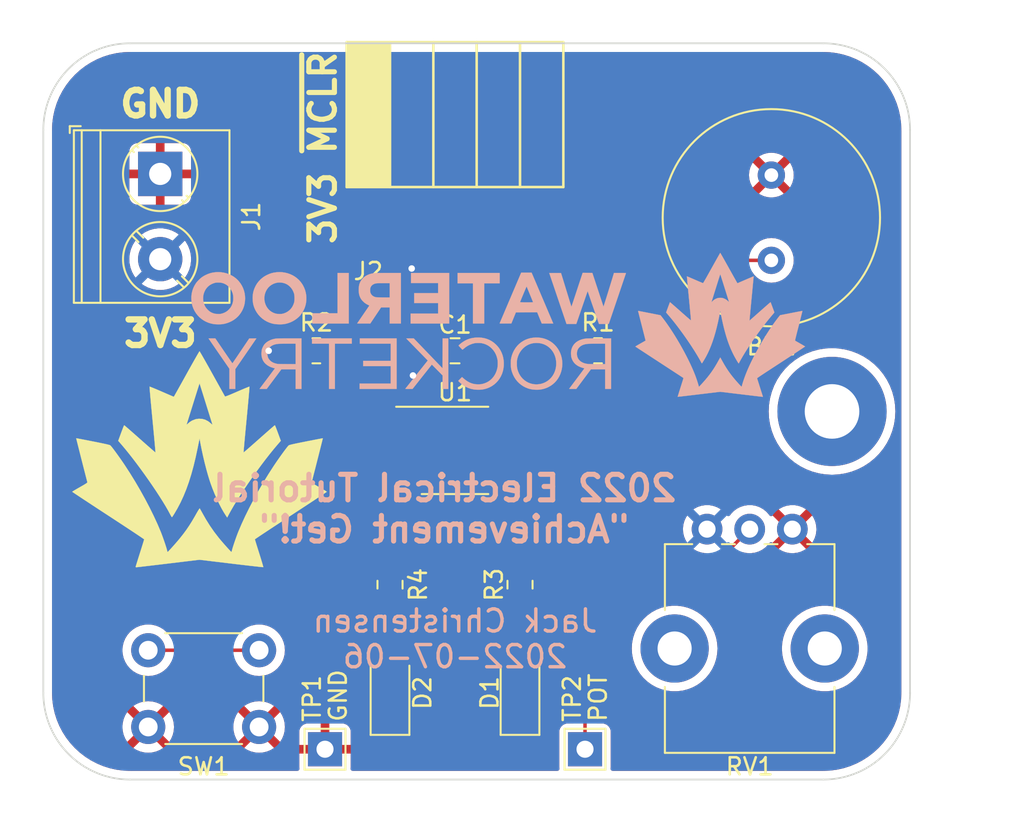
<source format=kicad_pcb>
(kicad_pcb (version 20211014) (generator pcbnew)
  (layers (0 "F.Cu" signal) (31 "B.Cu" signal) (34 "B.Paste" user) (35 "F.Paste" user) (36 "B.SilkS" user "B.Silkscreen") (37 "F.SilkS" user "F.Silkscreen") (38 "B.Mask" user) (39 "F.Mask" user) (44 "Edge.Cuts" user))
  (net 0 "")
  (net 1 "Net-(BZ1-Pad1)")
  (net 2 "GND")
  (net 3 "+3.3V")
  (net 4 "Net-(D1-Pad2)")
  (net 5 "Net-(D2-Pad2)")
  (net 6 "/ICSPCLK")
  (net 7 "/ICSPDAT")
  (net 8 "/~{MCLR}")
  (net 9 "Net-(R1-Pad1)")
  (net 10 "Net-(RV1-Pad2)")
  (net 11 "Net-(SW1-Pad1)")
  (footprint "TestPoint:TestPoint_THTPad_2.0x2.0mm_Drill1.0mm" (layer "F.Cu") (at 166.37 137.922)
    (fp_text reference "TP2" (at -0.762 -1.524 90) (layer "F.SilkS") (effects (justify left)))
    (fp_text value "TestPoint")
    (pad "1" thru_hole rect (at 0 0) (size 2 2) (drill 1) (layers *.Cu *.Mask) (net 10 "Net-(RV1-Pad2)"))
  )
  (footprint "TerminalBlock_Phoenix:TerminalBlock_Phoenix_PT-1,5-2-5.0-H_1x02_P5.00mm_Horizontal" (layer "F.Cu") (at 141.47 104.18 -90)
    (fp_text reference "J1" (at 2.5 -5.342 -90) (layer "F.SilkS"))
    (fp_text value "Screw_Terminal_01x02")
    (pad "1" thru_hole rect (at 0 0 270) (size 2.6 2.6) (drill 1.3) (layers *.Cu *.Mask) (net 2 "GND"))
    (pad "2" thru_hole circle (at 5 0 270) (size 2.6 2.6) (drill 1.3) (layers *.Cu *.Mask) (net 3 "+3.3V"))
  )
  (footprint "Potentiometer_THT:Potentiometer_Bourns_PTV09A-1_Single_Vertical" (layer "F.Cu") (at 173.522 125.014 -90)
    (fp_text reference "RV1" (at 13.924 -2.5 180) (layer "F.SilkS"))
    (fp_text value "PTV09A-4015U-B103")
    (pad "" np_thru_hole circle (at 7 -6.9 270) (size 4 4) (drill 2) (layers *.Cu *.Mask))
    (pad "" np_thru_hole circle (at 7 1.9 270) (size 4 4) (drill 2) (layers *.Cu *.Mask))
    (pad "1" thru_hole circle (at 0 0 270) (size 1.8 1.8) (drill 1) (layers *.Cu *.Mask) (net 3 "+3.3V"))
    (pad "2" thru_hole circle (at 0 -2.5 270) (size 1.8 1.8) (drill 1) (layers *.Cu *.Mask) (net 10 "Net-(RV1-Pad2)"))
    (pad "3" thru_hole circle (at 0 -5 270) (size 1.8 1.8) (drill 1) (layers *.Cu *.Mask) (net 2 "GND"))
  )
  (footprint "LED_SMD:LED_1206_3216Metric_Pad1.42x1.75mm_HandSolder" (layer "F.Cu") (at 154.94 134.62 90)
    (fp_text reference "D2" (at 0 1.905 90) (layer "F.SilkS"))
    (fp_text value "GREEN")
    (pad "1" smd roundrect (at -1.4875 0 90) (size 1.425 1.75) (layers "F.Cu" "F.Paste" "F.Mask") (roundrect_rratio 0.1754392982) (net 2 "GND"))
    (pad "2" smd roundrect (at 1.4875 0 90) (size 1.425 1.75) (layers "F.Cu" "F.Paste" "F.Mask") (roundrect_rratio 0.1754392982) (net 5 "Net-(D2-Pad2)"))
  )
  (footprint "TestPoint:TestPoint_THTPad_2.0x2.0mm_Drill1.0mm" (layer "F.Cu") (at 151.13 137.922)
    (fp_text reference "TP1" (at -0.762 -1.524 90) (layer "F.SilkS") (effects (justify left)))
    (fp_text value "TestPoint")
    (pad "1" thru_hole rect (at 0 0) (size 2 2) (drill 1) (layers *.Cu *.Mask) (net 2 "GND"))
  )
  (footprint "Tutorial_Footprints:Logo_SilkScreen_15mm" (layer "F.Cu") (at 143.764 120.904)
    (fp_text reference "LOGO1" hide)
    (fp_text value "LOGO" hide)
  )
  (footprint "Resistor_SMD:R_0805_2012Metric_Pad1.20x1.40mm_HandSolder" (layer "F.Cu") (at 162.56 128.27 -90)
    (fp_text reference "R3" (at 0 1.524 90) (layer "F.SilkS"))
    (fp_text value "160R")
    (pad "1" smd roundrect (at -1 0 270) (size 1.2 1.4) (layers "F.Cu" "F.Paste" "F.Mask") (roundrect_rratio 0.2083333333) (net 6 "/ICSPCLK"))
    (pad "2" smd roundrect (at 1 0 270) (size 1.2 1.4) (layers "F.Cu" "F.Paste" "F.Mask") (roundrect_rratio 0.2083333333) (net 4 "Net-(D1-Pad2)"))
  )
  (footprint "MountingHole:MountingHole_3.2mm_M3_Pad" (layer "F.Cu") (at 180.848 118.11)
    (fp_text reference "REF**" hide)
    (fp_text value "MountingHole_3.2mm_M3_Pad")
    (pad "1" thru_hole circle (at 0 0) (size 6.4 6.4) (drill 3.2) (layers *.Cu *.Mask))
  )
  (footprint "Resistor_SMD:R_0805_2012Metric_Pad1.20x1.40mm_HandSolder" (layer "F.Cu") (at 150.622 114.554)
    (fp_text reference "R2" (at 0 -1.65) (layer "F.SilkS"))
    (fp_text value "10k")
    (pad "1" smd roundrect (at -1 0) (size 1.2 1.4) (layers "F.Cu" "F.Paste" "F.Mask") (roundrect_rratio 0.2083333333) (net 3 "+3.3V"))
    (pad "2" smd roundrect (at 1 0) (size 1.2 1.4) (layers "F.Cu" "F.Paste" "F.Mask") (roundrect_rratio 0.2083333333) (net 8 "/~{MCLR}"))
  )
  (footprint "Capacitor_THT:C_Radial_D12.5mm_H25.0mm_P5.00mm" (layer "F.Cu") (at 177.292 109.249216 90)
    (fp_text reference "BZ1" (at -5.050784 0 180) (layer "F.SilkS"))
    (fp_text value "PKM13EPYH4000-A0")
    (pad "1" thru_hole circle (at 0 0 90) (size 1.6 1.6) (drill 0.8) (layers *.Cu *.Mask) (net 1 "Net-(BZ1-Pad1)"))
    (pad "2" thru_hole circle (at 5 0 90) (size 1.6 1.6) (drill 0.8) (layers *.Cu *.Mask) (net 2 "GND"))
  )
  (footprint "Button_Switch_THT:SW_PUSH_6mm" (layer "F.Cu") (at 140.768 132.116)
    (fp_text reference "SW1" (at 3.25 6.822) (layer "F.SilkS"))
    (fp_text value "6mm tactile button")
    (pad "1" thru_hole circle (at 6.5 0 90) (size 2 2) (drill 1.1) (layers *.Cu *.Mask) (net 11 "Net-(SW1-Pad1)"))
    (pad "1" thru_hole circle (at 0 0 90) (size 2 2) (drill 1.1) (layers *.Cu *.Mask) (net 11 "Net-(SW1-Pad1)"))
    (pad "2" thru_hole circle (at 0 4.5 90) (size 2 2) (drill 1.1) (layers *.Cu *.Mask) (net 2 "GND"))
    (pad "2" thru_hole circle (at 6.5 4.5 90) (size 2 2) (drill 1.1) (layers *.Cu *.Mask) (net 2 "GND"))
  )
  (footprint "Capacitor_SMD:C_0805_2012Metric_Pad1.18x1.45mm_HandSolder" (layer "F.Cu") (at 158.75 114.554 180)
    (fp_text reference "C1" (at 0 1.524) (layer "F.SilkS"))
    (fp_text value "0.1uF")
    (pad "1" smd roundrect (at -1.0375 0 180) (size 1.175 1.45) (layers "F.Cu" "F.Paste" "F.Mask") (roundrect_rratio 0.2127659574) (net 2 "GND"))
    (pad "2" smd roundrect (at 1.0375 0 180) (size 1.175 1.45) (layers "F.Cu" "F.Paste" "F.Mask") (roundrect_rratio 0.2127659574) (net 3 "+3.3V"))
  )
  (footprint "LED_SMD:LED_1206_3216Metric_Pad1.42x1.75mm_HandSolder" (layer "F.Cu") (at 162.56 134.62 90)
    (fp_text reference "D1" (at 0 -1.778 90) (layer "F.SilkS"))
    (fp_text value "RED")
    (pad "1" smd roundrect (at -1.4875 0 90) (size 1.425 1.75) (layers "F.Cu" "F.Paste" "F.Mask") (roundrect_rratio 0.1754392982) (net 2 "GND"))
    (pad "2" smd roundrect (at 1.4875 0 90) (size 1.425 1.75) (layers "F.Cu" "F.Paste" "F.Mask") (roundrect_rratio 0.1754392982) (net 4 "Net-(D1-Pad2)"))
  )
  (footprint "Resistor_SMD:R_0805_2012Metric_Pad1.20x1.40mm_HandSolder" (layer "F.Cu") (at 154.94 128.27 -90)
    (fp_text reference "R4" (at 0 -1.65 90) (layer "F.SilkS"))
    (fp_text value "160R")
    (pad "1" smd roundrect (at -1 0 270) (size 1.2 1.4) (layers "F.Cu" "F.Paste" "F.Mask") (roundrect_rratio 0.2083333333) (net 7 "/ICSPDAT"))
    (pad "2" smd roundrect (at 1 0 270) (size 1.2 1.4) (layers "F.Cu" "F.Paste" "F.Mask") (roundrect_rratio 0.2083333333) (net 5 "Net-(D2-Pad2)"))
  )
  (footprint "Tutorial_Footprints:PinHeader_5x2.54_SMD_90deg_952-3198-1-ND" (layer "F.Cu") (at 153.67 107.3495)
    (fp_text reference "J2" (at 0 2.54) (layer "F.SilkS"))
    (fp_text value "Programming Connector")
    (pad "1" smd rect locked (at 0 0) (size 1 2) (layers "F.Cu" "F.Paste" "F.Mask") (net 8 "/~{MCLR}"))
    (pad "2" smd rect locked (at 2.54 0) (size 1 2) (layers "F.Cu" "F.Paste" "F.Mask") (net 3 "+3.3V"))
    (pad "3" smd rect locked (at 5.08 0) (size 1 2) (layers "F.Cu" "F.Paste" "F.Mask") (net 2 "GND"))
    (pad "4" smd rect locked (at 7.62 0) (size 1 2) (layers "F.Cu" "F.Paste" "F.Mask") (net 7 "/ICSPDAT"))
    (pad "5" smd rect locked (at 10.16 0) (size 1 2) (layers "F.Cu" "F.Paste" "F.Mask") (net 6 "/ICSPCLK"))
  )
  (footprint "Resistor_SMD:R_0805_2012Metric_Pad1.20x1.40mm_HandSolder" (layer "F.Cu") (at 167.132 114.554)
    (fp_text reference "R1" (at 0 -1.65) (layer "F.SilkS"))
    (fp_text value "1k")
    (pad "1" smd roundrect (at -1 0) (size 1.2 1.4) (layers "F.Cu" "F.Paste" "F.Mask") (roundrect_rratio 0.2083333333) (net 9 "Net-(R1-Pad1)"))
    (pad "2" smd roundrect (at 1 0) (size 1.2 1.4) (layers "F.Cu" "F.Paste" "F.Mask") (roundrect_rratio 0.2083333333) (net 1 "Net-(BZ1-Pad1)"))
  )
  (footprint "Package_SO:SOIC-8_3.9x4.9mm_P1.27mm" (layer "F.Cu") (at 158.75 120.396)
    (fp_text reference "U1" (at 0 -3.4) (layer "F.SilkS"))
    (fp_text value "PIC16LF15313")
    (pad "1" smd roundrect (at -2.475 -1.905) (size 1.95 0.6) (layers "F.Cu" "F.Paste" "F.Mask") (net 3 "+3.3V"))
    (pad "2" smd roundrect (at -2.475 -0.635) (size 1.95 0.6) (layers "F.Cu" "F.Paste" "F.Mask") (net 10 "Net-(RV1-Pad2)"))
    (pad "3" smd roundrect (at -2.475 0.635) (size 1.95 0.6) (layers "F.Cu" "F.Paste" "F.Mask") (net 11 "Net-(SW1-Pad1)"))
    (pad "4" smd roundrect (at -2.475 1.905) (size 1.95 0.6) (layers "F.Cu" "F.Paste" "F.Mask") (net 8 "/~{MCLR}"))
    (pad "5" smd roundrect (at 2.475 1.905) (size 1.95 0.6) (layers "F.Cu" "F.Paste" "F.Mask") (net 9 "Net-(R1-Pad1)"))
    (pad "6" smd roundrect (at 2.475 0.635) (size 1.95 0.6) (layers "F.Cu" "F.Paste" "F.Mask") (net 6 "/ICSPCLK"))
    (pad "7" smd roundrect (at 2.475 -0.635) (size 1.95 0.6) (layers "F.Cu" "F.Paste" "F.Mask") (net 7 "/ICSPDAT"))
    (pad "8" smd roundrect (at 2.475 -1.905) (size 1.95 0.6) (layers "F.Cu" "F.Paste" "F.Mask") (net 2 "GND"))
  )
  (footprint "Tutorial_Footprints:Logo_Horizontal_Silkscreen_10mm" (layer "B.Cu") (at 161.29 113.03 180)
    (fp_text reference "LOGO2" hide)
    (fp_text value "LOGO" hide)
  )
  (gr_arc (start 185.42 134.62) (mid 183.932102 138.212102) (end 180.34 139.7) (layer "Edge.Cuts") (width 0.1))
  (gr_arc (start 180.34 96.52) (mid 183.932102 98.007898) (end 185.42 101.6) (layer "Edge.Cuts") (width 0.1))
  (gr_line (start 185.42 101.6) (end 185.42 134.62) (layer "Edge.Cuts") (width 0.1))
  (gr_line (start 180.34 139.7) (end 139.7 139.7) (layer "Edge.Cuts") (width 0.1))
  (gr_arc (start 134.62 101.6) (mid 136.107898 98.007898) (end 139.7 96.52) (layer "Edge.Cuts") (width 0.1))
  (gr_line (start 139.7 96.52) (end 180.34 96.52) (layer "Edge.Cuts") (width 0.1))
  (gr_line (start 134.62 134.62) (end 134.62 101.6) (layer "Edge.Cuts") (width 0.1))
  (gr_arc (start 139.7 139.7) (mid 136.107898 138.212102) (end 134.62 134.62) (layer "Edge.Cuts") (width 0.1))
  (gr_text "2022 Electrical Tutorial\n{dblquote}Achievement Get!{dblquote}" (at 158.115 123.825) (layer "B.SilkS") (effects (font (size 1.5 1.5) (thickness 0.3)) (justify mirror)))
  (gr_text "Jack Christensen\n2022-07-06" (at 158.75 131.445) (layer "B.SilkS") (effects (font (size 1.3 1.3) (thickness 0.2)) (justify mirror)))
  (gr_text "GND" (at 151.892 136.398 90) (layer "F.SilkS") (effects (font (size 1 1)) (justify left)))
  (gr_text "GND" (at 141.478 100.076) (layer "F.SilkS") (effects (font (size 1.5 1.5) (thickness 0.375))))
  (gr_text "3V3 ~{MCLR}" (at 151.003 108.458 90) (layer "F.SilkS") (effects (font (size 1.5 1.5) (thickness 0.3)) (justify left)))
  (gr_text "3V3" (at 141.478 113.538) (layer "F.SilkS") (effects (font (size 1.5 1.5) (thickness 0.375))))
  (gr_text "POT" (at 167.132 136.398 90) (layer "F.SilkS") (effects (font (size 1 1)) (justify left)))
  (segment (start 168.132 114.554) (end 173.436784 109.249216) (width 0.2032) (layer "F.Cu") (net 1))
  (segment (start 173.436784 109.249216) (end 177.292 109.249216) (width 0.2032) (layer "F.Cu") (net 1))
  (segment (start 157.7125 114.5755) (end 156.2862 116.0018) (width 0.2032) (layer "F.Cu") (net 3))
  (segment (start 156.21 107.3495) (end 156.21 109.728) (width 0.2032) (layer "F.Cu") (net 3))
  (segment (start 156.275 116.013) (end 156.2862 116.0018) (width 0.2032) (layer "F.Cu") (net 3))
  (segment (start 157.7125 114.554) (end 157.7125 114.5755) (width 0.2032) (layer "F.Cu") (net 3))
  (segment (start 156.275 118.491) (end 156.275 116.013) (width 0.2032) (layer "F.Cu") (net 3))
  (segment (start 149.622 114.554) (end 147.828 114.554) (width 0.2032) (layer "F.Cu") (net 3))
  (via (at 156.21 109.728) (size 0.762) (drill 0.381) (layers "F.Cu" "B.Cu") (net 3))
  (via (at 147.828 114.554) (size 0.762) (drill 0.381) (layers "F.Cu" "B.Cu") (net 3))
  (via (at 156.2862 116.0018) (size 0.762) (drill 0.381) (layers "F.Cu" "B.Cu") (net 3))
  (segment (start 162.56 133.1325) (end 162.56 129.27) (width 0.2032) (layer "F.Cu") (net 4))
  (segment (start 154.94 129.27) (end 154.94 133.1325) (width 0.2032) (layer "F.Cu") (net 5))
  (segment (start 159.925 123.476) (end 162.56 126.111) (width 0.2032) (layer "F.Cu") (net 6))
  (segment (start 163.83 119.634) (end 163.83 107.3495) (width 0.2032) (layer "F.Cu") (net 6))
  (segment (start 160.848249 121.031) (end 159.925 121.954249) (width 0.2032) (layer "F.Cu") (net 6))
  (segment (start 162.56 126.111) (end 162.56 127.27) (width 0.2032) (layer "F.Cu") (net 6))
  (segment (start 162.433 121.031) (end 163.83 119.634) (width 0.2032) (layer "F.Cu") (net 6))
  (segment (start 161.225 121.031) (end 162.433 121.031) (width 0.2032) (layer "F.Cu") (net 6))
  (segment (start 161.225 121.031) (end 160.848249 121.031) (width 0.2032) (layer "F.Cu") (net 6))
  (segment (start 159.925 121.954249) (end 159.925 123.476) (width 0.2032) (layer "F.Cu") (net 6))
  (segment (start 159.131 121.285) (end 159.131 123.444) (width 0.2032) (layer "F.Cu") (net 7))
  (segment (start 155.305 127.27) (end 154.94 127.27) (width 0.2032) (layer "F.Cu") (net 7))
  (segment (start 160.655 119.761) (end 159.131 121.285) (width 0.2032) (layer "F.Cu") (net 7))
  (segment (start 163.068 119.126) (end 163.068 109.1275) (width 0.2032) (layer "F.Cu") (net 7))
  (segment (start 161.225 119.761) (end 160.655 119.761) (width 0.2032) (layer "F.Cu") (net 7))
  (segment (start 161.225 119.761) (end 162.433 119.761) (width 0.2032) (layer "F.Cu") (net 7))
  (segment (start 159.131 123.444) (end 155.305 127.27) (width 0.2032) (layer "F.Cu") (net 7))
  (segment (start 163.068 109.1275) (end 161.29 107.3495) (width 0.2032) (layer "F.Cu") (net 7))
  (segment (start 162.433 119.761) (end 163.068 119.126) (width 0.2032) (layer "F.Cu") (net 7))
  (segment (start 151.638 114.554) (end 153.67 112.522) (width 0.2032) (layer "F.Cu") (net 8))
  (segment (start 151.622 114.554) (end 151.638 114.554) (width 0.2032) (layer "F.Cu") (net 8))
  (segment (start 153.67 107.3495) (end 153.67 112.522) (width 0.2032) (layer "F.Cu") (net 8))
  (segment (start 155.067 122.301) (end 153.67 120.904) (width 0.2032) (layer "F.Cu") (net 8))
  (segment (start 156.275 122.301) (end 155.067 122.301) (width 0.2032) (layer "F.Cu") (net 8))
  (segment (start 153.67 120.904) (end 153.67 112.522) (width 0.2032) (layer "F.Cu") (net 8))
  (segment (start 161.225 122.301) (end 162.433 122.301) (width 0.2032) (layer "F.Cu") (net 9))
  (segment (start 162.433 122.301) (end 164.592 120.142) (width 0.2032) (layer "F.Cu") (net 9))
  (segment (start 164.592 120.142) (end 164.592 116.094) (width 0.2032) (layer "F.Cu") (net 9))
  (segment (start 164.592 116.094) (end 166.132 114.554) (width 0.2032) (layer "F.Cu") (net 9))
  (segment (start 157.099 124.333) (end 153.289 124.333) (width 0.2032) (layer "F.Cu") (net 10))
  (segment (start 152.273 125.349) (end 152.273 127.127) (width 0.2032) (layer "F.Cu") (net 10))
  (segment (start 153.3176 128.1716) (end 165.0016 128.1716) (width 0.2032) (layer "F.Cu") (net 10))
  (segment (start 172.8644 128.1716) (end 176.022 125.014) (width 0.2032) (layer "F.Cu") (net 10))
  (segment (start 156.972 119.761) (end 158.496 121.285) (width 0.2032) (layer "F.Cu") (net 10))
  (segment (start 165.0016 128.1716) (end 167.1034 128.1716) (width 0.2032) (layer "F.Cu") (net 10))
  (segment (start 166.37 137.922) (end 166.37 129.54) (width 0.2032) (layer "F.Cu") (net 10))
  (segment (start 158.496 121.285) (end 158.496 122.936) (width 0.2032) (layer "F.Cu") (net 10))
  (segment (start 153.289 124.333) (end 152.273 125.349) (width 0.2032) (layer "F.Cu") (net 10))
  (segment (start 152.273 127.127) (end 153.3176 128.1716) (width 0.2032) (layer "F.Cu") (net 10))
  (segment (start 167.1034 128.1716) (end 172.8644 128.1716) (width 0.2032) (layer "F.Cu") (net 10))
  (segment (start 156.275 119.761) (end 156.972 119.761) (width 0.2032) (layer "F.Cu") (net 10))
  (segment (start 166.37 129.54) (end 165.0016 128.1716) (width 0.2032) (layer "F.Cu") (net 10))
  (segment (start 158.496 122.936) (end 157.099 124.333) (width 0.2032) (layer "F.Cu") (net 10))
  (segment (start 157.575 122.647751) (end 156.778751 123.444) (width 0.2032) (layer "F.Cu") (net 11))
  (segment (start 144.236 132.116) (end 147.268 132.116) (width 0.2032) (layer "F.Cu") (net 11))
  (segment (start 140.768 132.116) (end 143.546 132.116) (width 0.2032) (layer "F.Cu") (net 11))
  (segment (start 152.908 123.444) (end 144.236 132.116) (width 0.2032) (layer "F.Cu") (net 11))
  (segment (start 143.546 132.116) (end 144.236 132.116) (width 0.2032) (layer "F.Cu") (net 11))
  (segment (start 156.275 121.031) (end 156.651751 121.031) (width 0.2032) (layer "F.Cu") (net 11))
  (segment (start 156.778751 123.444) (end 152.908 123.444) (width 0.2032) (layer "F.Cu") (net 11))
  (segment (start 157.575 121.954249) (end 157.575 122.647751) (width 0.2032) (layer "F.Cu") (net 11))
  (segment (start 156.651751 121.031) (end 157.575 121.954249) (width 0.2032) (layer "F.Cu") (net 11))
  (zone (net 2) (net_name "GND") (layer "F.Cu") (connect_pads (clearance 0.508)) (min_thickness 0.254) (fill yes (thermal_gap 0.508) (thermal_bridge_width 0.508) (island_removal_mode 1) (island_area_min 0))
    (polygon (pts (xy 187.96 142.24) (xy 132.08 142.24) (xy 132.08 93.98) (xy 187.96 93.98)))
  )
  (zone (net 3) (net_name "+3.3V") (layer "B.Cu") (connect_pads (clearance 0.508)) (min_thickness 0.254) (fill yes (thermal_gap 0.508) (thermal_bridge_width 0.508))
    (polygon (pts (xy 187.96 142.24) (xy 132.08 142.24) (xy 132.08 93.98) (xy 187.96 93.98)))
  )
)
</source>
